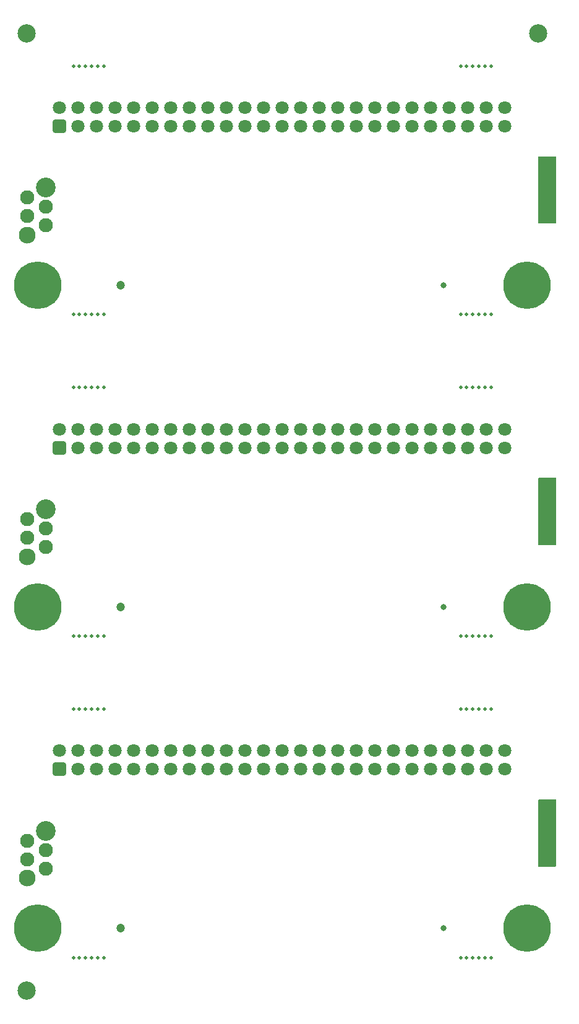
<source format=gbs>
G04 #@! TF.GenerationSoftware,KiCad,Pcbnew,8.0.6*
G04 #@! TF.CreationDate,2024-11-07T02:27:35-08:00*
G04 #@! TF.ProjectId,mse-50-idc-panel,6d73652d-3530-42d6-9964-632d70616e65,1*
G04 #@! TF.SameCoordinates,Original*
G04 #@! TF.FileFunction,Soldermask,Bot*
G04 #@! TF.FilePolarity,Negative*
%FSLAX46Y46*%
G04 Gerber Fmt 4.6, Leading zero omitted, Abs format (unit mm)*
G04 Created by KiCad (PCBNEW 8.0.6) date 2024-11-07 02:27:35*
%MOMM*%
%LPD*%
G01*
G04 APERTURE LIST*
G04 Aperture macros list*
%AMRoundRect*
0 Rectangle with rounded corners*
0 $1 Rounding radius*
0 $2 $3 $4 $5 $6 $7 $8 $9 X,Y pos of 4 corners*
0 Add a 4 corners polygon primitive as box body*
4,1,4,$2,$3,$4,$5,$6,$7,$8,$9,$2,$3,0*
0 Add four circle primitives for the rounded corners*
1,1,$1+$1,$2,$3*
1,1,$1+$1,$4,$5*
1,1,$1+$1,$6,$7*
1,1,$1+$1,$8,$9*
0 Add four rect primitives between the rounded corners*
20,1,$1+$1,$2,$3,$4,$5,0*
20,1,$1+$1,$4,$5,$6,$7,0*
20,1,$1+$1,$6,$7,$8,$9,0*
20,1,$1+$1,$8,$9,$2,$3,0*%
G04 Aperture macros list end*
%ADD10C,0.500000*%
%ADD11RoundRect,0.264706X0.635294X-0.635294X0.635294X0.635294X-0.635294X0.635294X-0.635294X-0.635294X0*%
%ADD12C,1.800000*%
%ADD13C,6.500000*%
%ADD14C,2.300000*%
%ADD15C,2.700000*%
%ADD16C,1.950000*%
%ADD17C,0.800000*%
%ADD18C,1.200000*%
%ADD19C,2.500000*%
G04 APERTURE END LIST*
D10*
G04 #@! TO.C,KiKit_MB_9_2*
X-9739401Y7002000D03*
G04 #@! TD*
G04 #@! TO.C,KiKit_MB_4_1*
X-61899000Y95002000D03*
G04 #@! TD*
G04 #@! TO.C,KiKit_MB_5_5*
X-12260600Y51002000D03*
G04 #@! TD*
G04 #@! TO.C,KiKit_MB_11_4*
X-10579801Y41002000D03*
G04 #@! TD*
G04 #@! TO.C,KiKit_MB_4_3*
X-63579800Y95002000D03*
G04 #@! TD*
G04 #@! TO.C,KiKit_MB_9_1*
X-8899001Y7002000D03*
G04 #@! TD*
D11*
G04 #@! TO.C,J2*
X-67980000Y32762000D03*
D12*
X-67980000Y35302000D03*
X-65440000Y32762000D03*
X-65440000Y35302000D03*
X-62900001Y32762000D03*
X-62900000Y35302000D03*
X-60360000Y32762000D03*
X-60360000Y35302000D03*
X-57820000Y32762000D03*
X-57820000Y35302000D03*
X-55280000Y32762000D03*
X-55280000Y35302000D03*
X-52740000Y32762000D03*
X-52740000Y35302000D03*
X-50199999Y32762000D03*
X-50200000Y35302000D03*
X-47660000Y32762000D03*
X-47660000Y35302000D03*
X-45120000Y32762000D03*
X-45120000Y35302000D03*
X-42580000Y32762000D03*
X-42580000Y35302000D03*
X-40040001Y32762000D03*
X-40040000Y35302000D03*
X-37500000Y32762000D03*
X-37500000Y35302000D03*
X-34960000Y32762000D03*
X-34960000Y35302000D03*
X-32420000Y32762000D03*
X-32420000Y35302000D03*
X-29880001Y32762000D03*
X-29880000Y35302000D03*
X-27339999Y32762000D03*
X-27340000Y35302000D03*
X-24800000Y32762000D03*
X-24800000Y35302000D03*
X-22260000Y32762000D03*
X-22260000Y35302000D03*
X-19720000Y32762000D03*
X-19720000Y35302000D03*
X-17180001Y32762000D03*
X-17180000Y35302000D03*
X-14640000Y32762000D03*
X-14640000Y35302000D03*
X-12100000Y32762000D03*
X-12100000Y35302000D03*
X-9560000Y32762000D03*
X-9560000Y35302000D03*
X-7020001Y32762000D03*
X-7020000Y35302000D03*
G04 #@! TD*
D10*
G04 #@! TO.C,KiKit_MB_3_2*
X-12260600Y129002000D03*
G04 #@! TD*
G04 #@! TO.C,KiKit_MB_10_6*
X-61899000Y41002000D03*
G04 #@! TD*
G04 #@! TO.C,KiKit_MB_2_3*
X-64420199Y129002000D03*
G04 #@! TD*
G04 #@! TO.C,KiKit_MB_8_1*
X-61899000Y51002000D03*
G04 #@! TD*
G04 #@! TO.C,KiKit_MB_5_3*
X-10579801Y51002000D03*
G04 #@! TD*
D13*
G04 #@! TO.C,H3*
X-71000000Y11002000D03*
G04 #@! TD*
D11*
G04 #@! TO.C,J2*
X-67980000Y76762000D03*
D12*
X-67980000Y79302000D03*
X-65440000Y76762000D03*
X-65440000Y79302000D03*
X-62900001Y76762000D03*
X-62900000Y79302000D03*
X-60360000Y76762000D03*
X-60360000Y79302000D03*
X-57820000Y76762000D03*
X-57820000Y79302000D03*
X-55280000Y76762000D03*
X-55280000Y79302000D03*
X-52740000Y76762000D03*
X-52740000Y79302000D03*
X-50199999Y76762000D03*
X-50200000Y79302000D03*
X-47660000Y76762000D03*
X-47660000Y79302000D03*
X-45120000Y76762000D03*
X-45120000Y79302000D03*
X-42580000Y76762000D03*
X-42580000Y79302000D03*
X-40040001Y76762000D03*
X-40040000Y79302000D03*
X-37500000Y76762000D03*
X-37500000Y79302000D03*
X-34960000Y76762000D03*
X-34960000Y79302000D03*
X-32420000Y76762000D03*
X-32420000Y79302000D03*
X-29880001Y76762000D03*
X-29880000Y79302000D03*
X-27339999Y76762000D03*
X-27340000Y79302000D03*
X-24800000Y76762000D03*
X-24800000Y79302000D03*
X-22260000Y76762000D03*
X-22260000Y79302000D03*
X-19720000Y76762000D03*
X-19720000Y79302000D03*
X-17180001Y76762000D03*
X-17180000Y79302000D03*
X-14640000Y76762000D03*
X-14640000Y79302000D03*
X-12100000Y76762000D03*
X-12100000Y79302000D03*
X-9560000Y76762000D03*
X-9560000Y79302000D03*
X-7020001Y76762000D03*
X-7020000Y79302000D03*
G04 #@! TD*
D10*
G04 #@! TO.C,KiKit_MB_1_4*
X-11420200Y95002000D03*
G04 #@! TD*
G04 #@! TO.C,KiKit_MB_1_6*
X-13101000Y95002000D03*
G04 #@! TD*
D14*
G04 #@! TO.C,J3*
X-72440000Y61872000D03*
D15*
X-69900000Y68342000D03*
D16*
X-72440000Y67012000D03*
X-69900000Y65742000D03*
X-72440000Y64472000D03*
X-69900000Y63202000D03*
G04 #@! TD*
D10*
G04 #@! TO.C,KiKit_MB_7_4*
X-10579801Y85002000D03*
G04 #@! TD*
G04 #@! TO.C,KiKit_MB_6_3*
X-64420199Y85002000D03*
G04 #@! TD*
G04 #@! TO.C,KiKit_MB_3_3*
X-11420200Y129002000D03*
G04 #@! TD*
G04 #@! TO.C,KiKit_MB_5_4*
X-11420200Y51002000D03*
G04 #@! TD*
G04 #@! TO.C,KiKit_MB_11_2*
X-12260600Y41002000D03*
G04 #@! TD*
G04 #@! TO.C,KiKit_MB_10_2*
X-65260599Y41002000D03*
G04 #@! TD*
G04 #@! TO.C,KiKit_MB_10_4*
X-63579800Y41002000D03*
G04 #@! TD*
G04 #@! TO.C,KiKit_MB_5_6*
X-13101000Y51002000D03*
G04 #@! TD*
G04 #@! TO.C,KiKit_MB_5_2*
X-9739401Y51002000D03*
G04 #@! TD*
G04 #@! TO.C,KiKit_MB_11_5*
X-9739401Y41002000D03*
G04 #@! TD*
D17*
G04 #@! TO.C,J1*
X-15400000Y11002000D03*
D18*
X-59600000Y11002000D03*
G04 #@! TD*
D10*
G04 #@! TO.C,KiKit_MB_12_2*
X-62739400Y7002000D03*
G04 #@! TD*
D13*
G04 #@! TO.C,H4*
X-4000000Y99002000D03*
G04 #@! TD*
D10*
G04 #@! TO.C,KiKit_MB_3_5*
X-9739401Y129002000D03*
G04 #@! TD*
G04 #@! TO.C,KiKit_MB_8_3*
X-63579800Y51002000D03*
G04 #@! TD*
D13*
G04 #@! TO.C,H3*
X-71000000Y99002000D03*
G04 #@! TD*
D10*
G04 #@! TO.C,KiKit_MB_3_1*
X-13101000Y129002000D03*
G04 #@! TD*
G04 #@! TO.C,KiKit_MB_4_4*
X-64420199Y95002000D03*
G04 #@! TD*
G04 #@! TO.C,KiKit_MB_2_6*
X-61899000Y129002000D03*
G04 #@! TD*
G04 #@! TO.C,KiKit_MB_7_2*
X-12260600Y85002000D03*
G04 #@! TD*
G04 #@! TO.C,KiKit_MB_7_6*
X-8899001Y85002000D03*
G04 #@! TD*
G04 #@! TO.C,KiKit_MB_1_1*
X-8899001Y95002000D03*
G04 #@! TD*
D13*
G04 #@! TO.C,H4*
X-4000000Y11002000D03*
G04 #@! TD*
D10*
G04 #@! TO.C,KiKit_MB_11_3*
X-11420200Y41002000D03*
G04 #@! TD*
G04 #@! TO.C,KiKit_MB_3_6*
X-8899001Y129002000D03*
G04 #@! TD*
G04 #@! TO.C,KiKit_MB_4_2*
X-62739400Y95002000D03*
G04 #@! TD*
G04 #@! TO.C,KiKit_MB_7_5*
X-9739401Y85002000D03*
G04 #@! TD*
G04 #@! TO.C,KiKit_MB_10_5*
X-62739400Y41002000D03*
G04 #@! TD*
G04 #@! TO.C,KiKit_MB_9_5*
X-12260600Y7002000D03*
G04 #@! TD*
G04 #@! TO.C,KiKit_MB_10_3*
X-64420199Y41002000D03*
G04 #@! TD*
G04 #@! TO.C,KiKit_MB_8_4*
X-64420199Y51002000D03*
G04 #@! TD*
G04 #@! TO.C,KiKit_MB_7_1*
X-13101000Y85002000D03*
G04 #@! TD*
G04 #@! TO.C,KiKit_MB_2_4*
X-63579800Y129002000D03*
G04 #@! TD*
G04 #@! TO.C,KiKit_MB_8_6*
X-66100999Y51002000D03*
G04 #@! TD*
G04 #@! TO.C,KiKit_MB_4_5*
X-65260599Y95002000D03*
G04 #@! TD*
G04 #@! TO.C,KiKit_MB_6_6*
X-61899000Y85002000D03*
G04 #@! TD*
D11*
G04 #@! TO.C,J2*
X-67980000Y120762000D03*
D12*
X-67980000Y123302000D03*
X-65440000Y120762000D03*
X-65440000Y123302000D03*
X-62900001Y120762000D03*
X-62900000Y123302000D03*
X-60360000Y120762000D03*
X-60360000Y123302000D03*
X-57820000Y120762000D03*
X-57820000Y123302000D03*
X-55280000Y120762000D03*
X-55280000Y123302000D03*
X-52740000Y120762000D03*
X-52740000Y123302000D03*
X-50199999Y120762000D03*
X-50200000Y123302000D03*
X-47660000Y120762000D03*
X-47660000Y123302000D03*
X-45120000Y120762000D03*
X-45120000Y123302000D03*
X-42580000Y120762000D03*
X-42580000Y123302000D03*
X-40040001Y120762000D03*
X-40040000Y123302000D03*
X-37500000Y120762000D03*
X-37500000Y123302000D03*
X-34960000Y120762000D03*
X-34960000Y123302000D03*
X-32420000Y120762000D03*
X-32420000Y123302000D03*
X-29880001Y120762000D03*
X-29880000Y123302000D03*
X-27339999Y120762000D03*
X-27340000Y123302000D03*
X-24800000Y120762000D03*
X-24800000Y123302000D03*
X-22260000Y120762000D03*
X-22260000Y123302000D03*
X-19720000Y120762000D03*
X-19720000Y123302000D03*
X-17180001Y120762000D03*
X-17180000Y123302000D03*
X-14640000Y120762000D03*
X-14640000Y123302000D03*
X-12100000Y120762000D03*
X-12100000Y123302000D03*
X-9560000Y120762000D03*
X-9560000Y123302000D03*
X-7020001Y120762000D03*
X-7020000Y123302000D03*
G04 #@! TD*
D10*
G04 #@! TO.C,KiKit_MB_6_1*
X-66100999Y85002000D03*
G04 #@! TD*
G04 #@! TO.C,KiKit_MB_1_3*
X-10579801Y95002000D03*
G04 #@! TD*
G04 #@! TO.C,KiKit_MB_9_3*
X-10579801Y7002000D03*
G04 #@! TD*
G04 #@! TO.C,KiKit_MB_2_1*
X-66100999Y129002000D03*
G04 #@! TD*
G04 #@! TO.C,KiKit_MB_8_2*
X-62739400Y51002000D03*
G04 #@! TD*
G04 #@! TO.C,KiKit_MB_1_5*
X-12260600Y95002000D03*
G04 #@! TD*
D13*
G04 #@! TO.C,H4*
X-4000000Y55002000D03*
G04 #@! TD*
D10*
G04 #@! TO.C,KiKit_MB_12_1*
X-61899000Y7002000D03*
G04 #@! TD*
D13*
G04 #@! TO.C,H3*
X-71000000Y55002000D03*
G04 #@! TD*
D14*
G04 #@! TO.C,J3*
X-72440000Y105872000D03*
D15*
X-69900000Y112342000D03*
D16*
X-72440000Y111012000D03*
X-69900000Y109742000D03*
X-72440000Y108472000D03*
X-69900000Y107202000D03*
G04 #@! TD*
D10*
G04 #@! TO.C,KiKit_MB_10_1*
X-66100999Y41002000D03*
G04 #@! TD*
G04 #@! TO.C,KiKit_MB_11_6*
X-8899001Y41002000D03*
G04 #@! TD*
D14*
G04 #@! TO.C,J3*
X-72440000Y17872000D03*
D15*
X-69900000Y24342000D03*
D16*
X-72440000Y23012000D03*
X-69900000Y21742000D03*
X-72440000Y20472000D03*
X-69900000Y19202000D03*
G04 #@! TD*
D10*
G04 #@! TO.C,KiKit_MB_12_4*
X-64420199Y7002000D03*
G04 #@! TD*
G04 #@! TO.C,KiKit_MB_6_2*
X-65260599Y85002000D03*
G04 #@! TD*
G04 #@! TO.C,KiKit_MB_6_5*
X-62739400Y85002000D03*
G04 #@! TD*
G04 #@! TO.C,KiKit_MB_2_2*
X-65260599Y129002000D03*
G04 #@! TD*
G04 #@! TO.C,KiKit_MB_1_2*
X-9739401Y95002000D03*
G04 #@! TD*
G04 #@! TO.C,KiKit_MB_11_1*
X-13101000Y41002000D03*
G04 #@! TD*
G04 #@! TO.C,KiKit_MB_12_3*
X-63579800Y7002000D03*
G04 #@! TD*
G04 #@! TO.C,KiKit_MB_3_4*
X-10579801Y129002000D03*
G04 #@! TD*
G04 #@! TO.C,KiKit_MB_7_3*
X-11420200Y85002000D03*
G04 #@! TD*
D17*
G04 #@! TO.C,J1*
X-15400000Y55002000D03*
D18*
X-59600000Y55002000D03*
G04 #@! TD*
D10*
G04 #@! TO.C,KiKit_MB_6_4*
X-63579800Y85002000D03*
G04 #@! TD*
G04 #@! TO.C,KiKit_MB_8_5*
X-65260599Y51002000D03*
G04 #@! TD*
G04 #@! TO.C,KiKit_MB_12_5*
X-65260599Y7002000D03*
G04 #@! TD*
G04 #@! TO.C,KiKit_MB_12_6*
X-66100999Y7002000D03*
G04 #@! TD*
G04 #@! TO.C,KiKit_MB_9_6*
X-13101000Y7002000D03*
G04 #@! TD*
G04 #@! TO.C,KiKit_MB_2_5*
X-62739400Y129002000D03*
G04 #@! TD*
G04 #@! TO.C,KiKit_MB_4_6*
X-66100999Y95002000D03*
G04 #@! TD*
G04 #@! TO.C,KiKit_MB_5_1*
X-8899001Y51002000D03*
G04 #@! TD*
D17*
G04 #@! TO.C,J1*
X-15400000Y99002000D03*
D18*
X-59600000Y99002000D03*
G04 #@! TD*
D10*
G04 #@! TO.C,KiKit_MB_9_4*
X-11420200Y7002000D03*
G04 #@! TD*
D19*
G04 #@! TO.C,KiKit_FID_B_2*
X-2500000Y133503500D03*
G04 #@! TD*
G04 #@! TO.C,KiKit_FID_B_3*
X-72500000Y2500000D03*
G04 #@! TD*
G04 #@! TO.C,KiKit_FID_B_1*
X-72500000Y133503500D03*
G04 #@! TD*
G36*
X-56961Y72632315D02*
G01*
X-11206Y72579511D01*
X0Y72528000D01*
X0Y63576000D01*
X-19685Y63508961D01*
X-72489Y63463206D01*
X-124000Y63452000D01*
X-2376000Y63452000D01*
X-2443039Y63471685D01*
X-2488794Y63524489D01*
X-2500000Y63576000D01*
X-2500000Y72528000D01*
X-2480315Y72595039D01*
X-2427511Y72640794D01*
X-2376000Y72652000D01*
X-124000Y72652000D01*
X-56961Y72632315D01*
G37*
G36*
X-56961Y28632315D02*
G01*
X-11206Y28579511D01*
X0Y28528000D01*
X0Y19576000D01*
X-19685Y19508961D01*
X-72489Y19463206D01*
X-124000Y19452000D01*
X-2376000Y19452000D01*
X-2443039Y19471685D01*
X-2488794Y19524489D01*
X-2500000Y19576000D01*
X-2500000Y28528000D01*
X-2480315Y28595039D01*
X-2427511Y28640794D01*
X-2376000Y28652000D01*
X-124000Y28652000D01*
X-56961Y28632315D01*
G37*
G36*
X-56961Y116632315D02*
G01*
X-11206Y116579511D01*
X0Y116528000D01*
X0Y107576000D01*
X-19685Y107508961D01*
X-72489Y107463206D01*
X-124000Y107452000D01*
X-2376000Y107452000D01*
X-2443039Y107471685D01*
X-2488794Y107524489D01*
X-2500000Y107576000D01*
X-2500000Y116528000D01*
X-2480315Y116595039D01*
X-2427511Y116640794D01*
X-2376000Y116652000D01*
X-124000Y116652000D01*
X-56961Y116632315D01*
G37*
M02*

</source>
